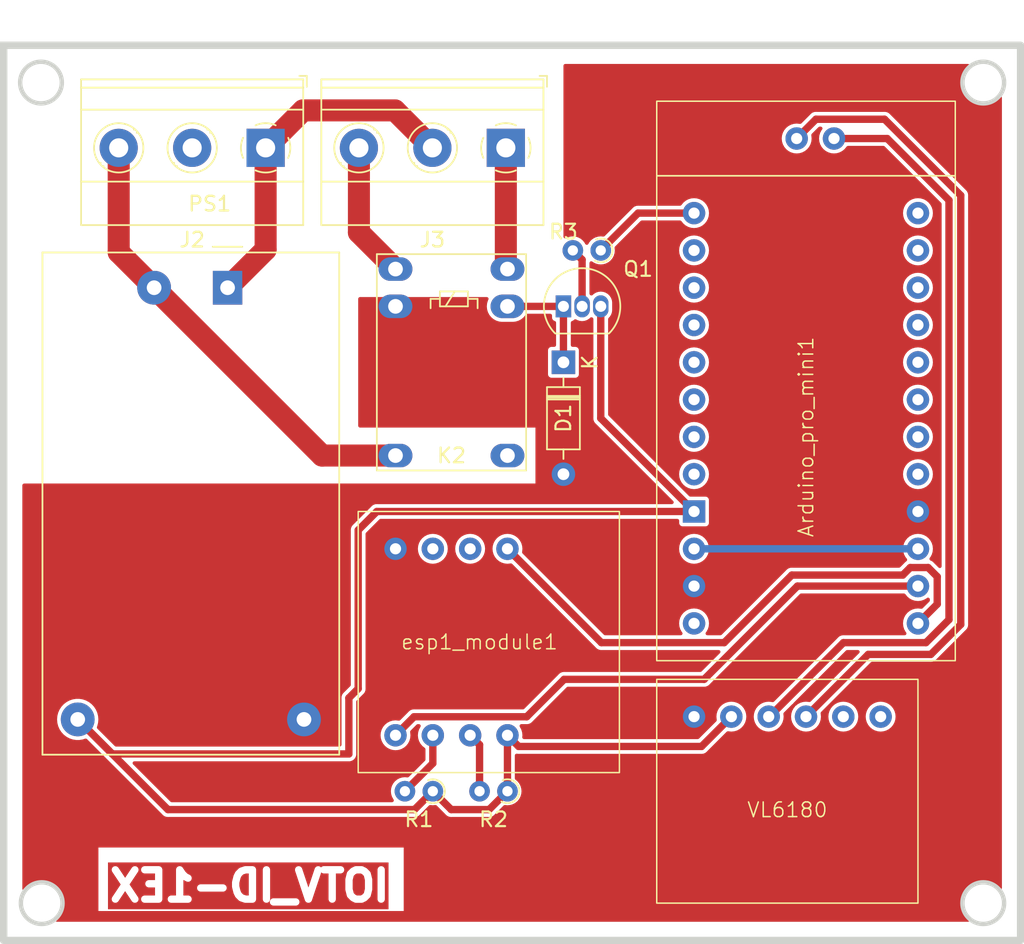
<source format=kicad_pcb>
(kicad_pcb (version 20221018) (generator pcbnew)
  (title_block (title "IOTV_ID-1EX") (date "2023-03-20") (company "Вербкин М.С."))
  (layers (0 "F.Cu" signal) (31 "B.Cu" signal) (34 "B.Paste" user) (35 "F.Paste" user) (36 "B.SilkS" user "B.Silkscreen") (37 "F.SilkS" user "F.Silkscreen") (38 "B.Mask" user) (39 "F.Mask" user) (44 "Edge.Cuts" user))
  (net 0 "")
  (net 1 "TX0-RX")
  (net 2 "RX0-TX")
  (net 3 "unconnected-(Arduino_pro_mini1-RST-Pad3)")
  (net 4 "GND")
  (net 14 "+3V")
  (net 22 "RELEAY")
  (net 23 "SDA")
  (net 24 "SCL")
  (net 25 "Net-(esp1_module1-CHPD)")
  (net 28 "~220-4")
  (net 29 "Net-(esp1_module1-RST)")
  (net 32 "~220-2")
  (net 33 "~220-3")
  (net 34 "~220-1")
  (net 35 "Net-(Q1-B)")
  (net 36 "Net-(D1-K)")
  (footprint "Converter_ACDC:Converter_ACDC_HiLink_HLK-PMxx" (layer "F.Cu") (at 120.600449 84.455 -90)
    (fp_text reference "PS1" (at -5.715 1.220449) (layer "F.SilkS"))
    (fp_text value "HLK-PM01")
    (fp_line (start -2.79 -1) (end -2.79 1.01) (stroke (width 0.12)) (layer "F.SilkS"))
    (fp_line (start -2.4 -7.6) (end -2.4 12.6) (stroke (width 0.12)) (layer "F.SilkS"))
    (fp_line (start -2.4 12.6) (end 31.8 12.6) (stroke (width 0.12)) (layer "F.SilkS"))
    (fp_line (start 31.8 -7.6) (end -2.4 -7.6) (stroke (width 0.12)) (layer "F.SilkS"))
    (fp_line (start 31.8 12.6) (end 31.8 -7.6) (stroke (width 0.12)) (layer "F.SilkS"))
    (pad "1" thru_hole rect (at 0 0 270) (size 2.3 2) (drill 1) (layers "*.Cu" "*.Mask") (net 32 "~220-2"))
    (pad "2" thru_hole circle (at 0 5 270) (size 2.3 2.3) (drill 1) (layers "*.Cu" "*.Mask") (net 33 "~220-3"))
    (pad "3" thru_hole circle (at 29.4 -5.2 270) (size 2.3 2.3) (drill 1) (layers "*.Cu" "*.Mask") (net 4 "GND"))
    (pad "4" thru_hole circle (at 29.4 10.2 270) (size 2.3 2.3) (drill 1) (layers "*.Cu" "*.Mask") (net 14 "+3V"))
  )
  (footprint "RF_Module:ESP01_breakout" (layer "F.Cu") (at 134.570449 107.315 90)
    (fp_text reference "esp1_module1" (at -1.27 3.175 unlocked) (layer "F.SilkS") (effects (font (thickness 0.1))))
    (fp_text value "~")
    (fp_rect (start -10.16 -5.08) (end 7.62 12.7) (stroke (width 0.1)) (fill none) (layer "F.SilkS"))
    (pad "7" thru_hole circle (at -7.62 0 90) (size 1.524 1.524) (drill 0.762) (layers "*.Cu" "*.Mask") (net 25 "Net-(esp1_module1-CHPD)"))
    (pad "14" thru_hole circle (at 5.08 0 90) (size 1.524 1.524) (drill 0.762) (layers "*.Cu" "*.Mask"))
    (pad "15" thru_hole circle (at 5.08 2.54 90) (size 1.524 1.524) (drill 0.762) (layers "*.Cu" "*.Mask"))
    (pad "25" thru_hole circle (at 5.08 5.08 90) (size 1.524 1.524) (drill 0.762) (layers "*.Cu" "*.Mask") (net 1 "TX0-RX"))
    (pad "26" thru_hole circle (at -7.62 -2.54 90) (size 1.524 1.524) (drill 0.762) (layers "*.Cu" "*.Mask") (net 2 "RX0-TX"))
    (pad "29" thru_hole circle (at -7.62 5.08 90) (size 1.524 1.524) (drill 0.762) (layers "*.Cu" "*.Mask") (net 14 "+3V"))
    (pad "30" thru_hole circle (at 5.08 -2.54 90) (size 1.524 1.524) (drill 0.762) (layers "*.Cu" "*.Mask") (net 4 "GND"))
    (pad "31" thru_hole circle (at -7.62 2.54 90) (size 1.524 1.524) (drill 0.762) (layers "*.Cu" "*.Mask") (net 29 "Net-(esp1_module1-RST)"))
  )
  (footprint "Module:Arduino_pro_mini" (layer "F.Cu") (at 157.430449 92.075 180)
    (fp_text reference "Arduino_pro_mini1" (at -2.54 -2.54 90 unlocked) (layer "F.SilkS") (effects (font (thickness 0.1))))
    (fp_text value "~")
    (fp_rect (start -12.7 -17.78) (end 7.62 15.24) (stroke (width 0.1)) (fill none) (layer "F.SilkS"))
    (fp_rect (start -12.7 15.24) (end 7.62 20.32) (stroke (width 0.1)) (fill none) (layer "F.SilkS"))
    (pad "1" thru_hole circle (at -10.16 -15.24 180) (size 1.524 1.524) (drill 0.762) (layers "*.Cu" "*.Mask") (net 1 "TX0-RX"))
    (pad "2" thru_hole circle (at -10.16 -12.7 180) (size 1.524 1.524) (drill 0.762) (layers "*.Cu" "*.Mask") (net 2 "RX0-TX"))
    (pad "3" thru_hole circle (at -10.16 -10.16 180) (size 1.524 1.524) (drill 0.762) (layers "*.Cu" "*.Mask") (net 3 "unconnected-(Arduino_pro_mini1-RST-Pad3)"))
    (pad "3" thru_hole circle (at 5.08 -10.16 180) (size 1.524 1.524) (drill 0.762) (layers "*.Cu" "*.Mask") (net 3 "unconnected-(Arduino_pro_mini1-RST-Pad3)"))
    (pad "4" thru_hole circle (at -10.16 -7.62 180) (size 1.524 1.524) (drill 0.762) (layers "*.Cu" "*.Mask") (net 4 "GND"))
    (pad "4" thru_hole circle (at 5.08 -12.7 180) (size 1.524 1.524) (drill 0.762) (layers "*.Cu" "*.Mask") (net 4 "GND"))
    (pad "5" thru_hole circle (at -10.16 -5.08 180) (size 1.524 1.524) (drill 0.762) (layers "*.Cu" "*.Mask"))
    (pad "6" thru_hole circle (at -10.16 -2.54 180) (size 1.524 1.524) (drill 0.762) (layers "*.Cu" "*.Mask"))
    (pad "7" thru_hole circle (at -10.16 0 180) (size 1.524 1.524) (drill 0.762) (layers "*.Cu" "*.Mask"))
    (pad "8" thru_hole circle (at -10.16 2.54 180) (size 1.524 1.524) (drill 0.762) (layers "*.Cu" "*.Mask"))
    (pad "9" thru_hole circle (at -10.16 5.08 180) (size 1.524 1.524) (drill 0.762) (layers "*.Cu" "*.Mask"))
    (pad "10" thru_hole circle (at -10.16 7.62 180) (size 1.524 1.524) (drill 0.762) (layers "*.Cu" "*.Mask"))
    (pad "11" thru_hole circle (at -10.16 10.16 180) (size 1.524 1.524) (drill 0.762) (layers "*.Cu" "*.Mask"))
    (pad "12" thru_hole circle (at -10.16 12.7 180) (size 1.524 1.524) (drill 0.762) (layers "*.Cu" "*.Mask"))
    (pad "13" thru_hole circle (at 5.08 -15.24 180) (size 1.524 1.524) (drill 0.762) (layers "*.Cu" "*.Mask"))
    (pad "16" thru_hole rect (at 5.08 -7.62 180) (size 1.524 1.524) (drill 0.762) (layers "*.Cu" "*.Mask") (net 14 "+3V"))
    (pad "17" thru_hole circle (at 5.08 -5.08 180) (size 1.524 1.524) (drill 0.762) (layers "*.Cu" "*.Mask"))
    (pad "18" thru_hole circle (at 5.08 -2.54 180) (size 1.524 1.524) (drill 0.762) (layers "*.Cu" "*.Mask"))
    (pad "19" thru_hole circle (at 5.08 0 180) (size 1.524 1.524) (drill 0.762) (layers "*.Cu" "*.Mask"))
    (pad "20" thru_hole circle (at 5.08 2.54 180) (size 1.524 1.524) (drill 0.762) (layers "*.Cu" "*.Mask"))
    (pad "21" thru_hole circle (at 5.08 5.08 180) (size 1.524 1.524) (drill 0.762) (layers "*.Cu" "*.Mask"))
    (pad "22" thru_hole circle (at 5.08 7.62 180) (size 1.524 1.524) (drill 0.762) (layers "*.Cu" "*.Mask"))
    (pad "23" thru_hole circle (at 5.08 10.16 180) (size 1.524 1.524) (drill 0.762) (layers "*.Cu" "*.Mask"))
    (pad "24" thru_hole circle (at 5.08 12.7 180) (size 1.524 1.524) (drill 0.762) (layers "*.Cu" "*.Mask") (net 22 "RELEAY"))
    (pad "25" thru_hole circle (at -4.445 17.78 180) (size 1.524 1.524) (drill 0.762) (layers "*.Cu" "*.Mask") (net 23 "SDA"))
    (pad "26" thru_hole circle (at -1.905 17.78 180) (size 1.524 1.524) (drill 0.762) (layers "*.Cu" "*.Mask") (net 24 "SCL"))
  )
  (footprint "Diode_THT:D_DO-35_SOD27_P7.62mm_Horizontal" (layer "F.Cu") (at 143.460449 89.535 -90)
    (fp_text reference "D1" (at 3.81 0 90) (layer "F.SilkS"))
    (fp_text value "BAV18")
    (fp_text user "K" (at 0 -1.8 90) (layer "F.SilkS"))
    (fp_line (start 1.04 0) (end 1.69 0) (stroke (width 0.12)) (layer "F.SilkS"))
    (fp_line (start 1.69 -1.12) (end 1.69 1.12) (stroke (width 0.12)) (layer "F.SilkS"))
    (fp_line (start 1.69 1.12) (end 5.93 1.12) (stroke (width 0.12)) (layer "F.SilkS"))
    (fp_line (start 2.29 -1.12) (end 2.29 1.12) (stroke (width 0.12)) (layer "F.SilkS"))
    (fp_line (start 2.41 -1.12) (end 2.41 1.12) (stroke (width 0.12)) (layer "F.SilkS"))
    (fp_line (start 2.53 -1.12) (end 2.53 1.12) (stroke (width 0.12)) (layer "F.SilkS"))
    (fp_line (start 5.93 -1.12) (end 1.69 -1.12) (stroke (width 0.12)) (layer "F.SilkS"))
    (fp_line (start 5.93 1.12) (end 5.93 -1.12) (stroke (width 0.12)) (layer "F.SilkS"))
    (fp_line (start 6.58 0) (end 5.93 0) (stroke (width 0.12)) (layer "F.SilkS"))
    (pad "1" thru_hole rect (at 0 0 270) (size 1.6 1.6) (drill 0.8) (layers "*.Cu" "*.Mask") (net 36 "Net-(D1-K)"))
    (pad "2" thru_hole oval (at 7.62 0 270) (size 1.6 1.6) (drill 0.8) (layers "*.Cu" "*.Mask") (net 4 "GND"))
  )
  (footprint "Relay_THT:Relay_SPDT_HJR-4102" (layer "F.Cu") (at 139.650449 95.885 180)
    (fp_text reference "K2" (at 3.81 0) (layer "F.SilkS"))
    (fp_text value "TIANBO-HJR-4102-L")
    (fp_line (start -1.27 -1.016) (end 8.89 -1.016) (stroke (width 0.12)) (layer "F.SilkS"))
    (fp_line (start -1.27 13.716) (end -1.27 -1.016) (stroke (width 0.12)) (layer "F.SilkS"))
    (fp_line (start 2.032 10.033) (end 2.032 10.668) (stroke (width 0.12)) (layer "F.SilkS"))
    (fp_line (start 2.032 10.668) (end 2.692 10.668) (stroke (width 0.12)) (layer "F.SilkS"))
    (fp_line (start 2.692 10.16) (end 2.692 11.176) (stroke (width 0.12)) (layer "F.SilkS"))
    (fp_line (start 2.692 11.176) (end 4.597 11.176) (stroke (width 0.12)) (layer "F.SilkS"))
    (fp_line (start 4.216 10.16) (end 3.581 11.176) (stroke (width 0.12)) (layer "F.SilkS"))
    (fp_line (start 4.597 10.16) (end 2.692 10.16) (stroke (width 0.12)) (layer "F.SilkS"))
    (fp_line (start 4.597 10.16) (end 4.597 11.176) (stroke (width 0.12)) (layer "F.SilkS"))
    (fp_line (start 5.232 10.033) (end 5.232 10.668) (stroke (width 0.12)) (layer "F.SilkS"))
    (fp_line (start 5.232 10.668) (end 4.597 10.668) (stroke (width 0.12)) (layer "F.SilkS"))
    (fp_line (start 8.89 -1.016) (end 8.89 13.716) (stroke (width 0.12)) (layer "F.SilkS"))
    (fp_line (start 8.89 13.716) (end -1.27 13.716) (stroke (width 0.12)) (layer "F.SilkS"))
    (pad "1" thru_hole oval (at 0 0 180) (size 2.3 1.6) (drill 1) (layers "*.Cu" "*.Mask"))
    (pad "5" thru_hole oval (at 0 10.16 180) (size 2.3 1.6) (drill 1) (layers "*.Cu" "*.Mask") (net 36 "Net-(D1-K)"))
    (pad "6" thru_hole oval (at 0 12.7 180) (size 2.3 1.6) (drill 1) (layers "*.Cu" "*.Mask") (net 34 "~220-1"))
    (pad "7" thru_hole oval (at 7.62 12.7 180) (size 2.3 1.6) (drill 1) (layers "*.Cu" "*.Mask") (net 28 "~220-4"))
    (pad "8" thru_hole oval (at 7.62 10.16 180) (size 2.3 1.6) (drill 1) (layers "*.Cu" "*.Mask") (net 4 "GND"))
    (pad "12" thru_hole oval (at 7.62 0 180) (size 2.3 1.6) (drill 1) (layers "*.Cu" "*.Mask") (net 33 "~220-3"))
  )
  (footprint "TerminalBlock_Phoenix:TerminalBlock_Phoenix_MKDS-1,5-3_1x03_P5.00mm_Horizontal" (layer "F.Cu") (at 139.54 74.93 180)
    (fp_text reference "J3" (at 5 -6.26) (layer "F.SilkS"))
    (fp_text value "Screw_Terminal_01x03")
    (fp_line (start -2.8 4.16) (end -2.8 4.9) (stroke (width 0.12)) (layer "F.SilkS"))
    (fp_line (start -2.8 4.9) (end -2.3 4.9) (stroke (width 0.12)) (layer "F.SilkS"))
    (fp_line (start -2.56 -5.261) (end -2.56 4.66) (stroke (width 0.12)) (layer "F.SilkS"))
    (fp_line (start -2.56 -5.261) (end 12.56 -5.261) (stroke (width 0.12)) (layer "F.SilkS"))
    (fp_line (start -2.56 -2.301) (end 12.56 -2.301) (stroke (width 0.12)) (layer "F.SilkS"))
    (fp_line (start -2.56 2.6) (end 12.56 2.6) (stroke (width 0.12)) (layer "F.SilkS"))
    (fp_line (start -2.56 4.1) (end 12.56 4.1) (stroke (width 0.12)) (layer "F.SilkS"))
    (fp_line (start -2.56 4.66) (end 12.56 4.66) (stroke (width 0.12)) (layer "F.SilkS"))
    (fp_line (start 3.773 1.023) (end 3.726 1.069) (stroke (width 0.12)) (layer "F.SilkS"))
    (fp_line (start 3.966 1.239) (end 3.931 1.274) (stroke (width 0.12)) (layer "F.SilkS"))
    (fp_line (start 6.07 -1.275) (end 6.035 -1.239) (stroke (width 0.12)) (layer "F.SilkS"))
    (fp_line (start 6.275 -1.069) (end 6.228 -1.023) (stroke (width 0.12)) (layer "F.SilkS"))
    (fp_line (start 8.773 1.023) (end 8.726 1.069) (stroke (width 0.12)) (layer "F.SilkS"))
    (fp_line (start 8.966 1.239) (end 8.931 1.274) (stroke (width 0.12)) (layer "F.SilkS"))
    (fp_line (start 11.07 -1.275) (end 11.035 -1.239) (stroke (width 0.12)) (layer "F.SilkS"))
    (fp_line (start 11.275 -1.069) (end 11.228 -1.023) (stroke (width 0.12)) (layer "F.SilkS"))
    (fp_line (start 12.56 -5.261) (end 12.56 4.66) (stroke (width 0.12)) (layer "F.SilkS"))
    (fp_arc (start -1.535427 0.683042) (mid -1.680501 -0.000524) (end -1.535 -0.684) (stroke (width 0.12)) (layer "F.SilkS"))
    (fp_arc (start -0.683042 -1.535427) (mid 0.000524 -1.680501) (end 0.684 -1.535) (stroke (width 0.12)) (layer "F.SilkS"))
    (fp_arc (start 0.028805 1.680253) (mid -0.335551 1.646659) (end -0.684 1.535) (stroke (width 0.12)) (layer "F.SilkS"))
    (fp_arc (start 0.683318 1.534756) (mid 0.349292 1.643288) (end 0 1.68) (stroke (width 0.12)) (layer "F.SilkS"))
    (fp_arc (start 1.535427 -0.683042) (mid 1.680501 0.000524) (end 1.535 0.684) (stroke (width 0.12)) (layer "F.SilkS"))
    (fp_circle (center 5 0) (end 6.68 0) (stroke (width 0.12)) (fill none) (layer "F.SilkS"))
    (fp_circle (center 10 0) (end 11.68 0) (stroke (width 0.12)) (fill none) (layer "F.SilkS"))
    (pad "1" thru_hole rect (at 0 0 180) (size 2.6 2.6) (drill 1.3) (layers "*.Cu" "*.Mask") (net 34 "~220-1"))
    (pad "2" thru_hole circle (at 5 0 180) (size 2.6 2.6) (drill 1.3) (layers "*.Cu" "*.Mask") (net 32 "~220-2"))
    (pad "3" thru_hole circle (at 10 0 180) (size 2.6 2.6) (drill 1.3) (layers "*.Cu" "*.Mask") (net 28 "~220-4"))
  )
  (footprint "Package_TO_SOT_THT:TO-92_Inline" (layer "F.Cu") (at 143.460449 85.725)
    (fp_text reference "Q1" (at 5.08 -2.54) (layer "F.SilkS"))
    (fp_text value "2N3904")
    (fp_line (start -0.53 1.85) (end 3.07 1.85) (stroke (width 0.12)) (layer "F.SilkS"))
    (fp_arc (start -0.568478 1.838478) (mid -1.132087 -0.994977) (end 1.27 -2.6) (stroke (width 0.12)) (layer "F.SilkS"))
    (fp_arc (start 1.27 -2.6) (mid 3.672087 -0.994977) (end 3.108478 1.838478) (stroke (width 0.12)) (layer "F.SilkS"))
    (pad "1" thru_hole rect (at 0 0) (size 1.05 1.5) (drill 0.75) (layers "*.Cu" "*.Mask") (net 36 "Net-(D1-K)"))
    (pad "2" thru_hole oval (at 1.27 0) (size 1.05 1.5) (drill 0.75) (layers "*.Cu" "*.Mask") (net 35 "Net-(Q1-B)"))
    (pad "3" thru_hole oval (at 2.54 0) (size 1.05 1.5) (drill 0.75) (layers "*.Cu" "*.Mask") (net 14 "+3V"))
  )
  (footprint "Resistor_THT:R_Axial_DIN0204_L3.6mm_D1.6mm_P1.90mm_Vertical" (layer "F.Cu") (at 139.650449 118.745 180)
    (fp_text reference "R2" (at 0.95 -1.92) (layer "F.SilkS"))
    (fp_text value "R")
    (fp_arc (start 0.320095 0.749359) (mid -0.813042 -0.054435) (end 0.417133 -0.7) (stroke (width 0.12)) (layer "F.SilkS"))
    (pad "1" thru_hole circle (at 0 0 180) (size 1.4 1.4) (drill 0.7) (layers "*.Cu" "*.Mask") (net 14 "+3V"))
    (pad "2" thru_hole oval (at 1.9 0 180) (size 1.4 1.4) (drill 0.7) (layers "*.Cu" "*.Mask") (net 29 "Net-(esp1_module1-RST)"))
  )
  (footprint "TerminalBlock_Phoenix:TerminalBlock_Phoenix_MKDS-1,5-3_1x03_P5.00mm_Horizontal" (layer "F.Cu") (at 123.19 74.93 180)
    (fp_text reference "J2" (at 5 -6.26) (layer "F.SilkS"))
    (fp_text value "Screw_Terminal_01x03")
    (fp_line (start -2.8 4.16) (end -2.8 4.9) (stroke (width 0.12)) (layer "F.SilkS"))
    (fp_line (start -2.8 4.9) (end -2.3 4.9) (stroke (width 0.12)) (layer "F.SilkS"))
    (fp_line (start -2.56 -5.261) (end -2.56 4.66) (stroke (width 0.12)) (layer "F.SilkS"))
    (fp_line (start -2.56 -5.261) (end 12.56 -5.261) (stroke (width 0.12)) (layer "F.SilkS"))
    (fp_line (start -2.56 -2.301) (end 12.56 -2.301) (stroke (width 0.12)) (layer "F.SilkS"))
    (fp_line (start -2.56 2.6) (end 12.56 2.6) (stroke (width 0.12)) (layer "F.SilkS"))
    (fp_line (start -2.56 4.1) (end 12.56 4.1) (stroke (width 0.12)) (layer "F.SilkS"))
    (fp_line (start -2.56 4.66) (end 12.56 4.66) (stroke (width 0.12)) (layer "F.SilkS"))
    (fp_line (start 3.773 1.023) (end 3.726 1.069) (stroke (width 0.12)) (layer "F.SilkS"))
    (fp_line (start 3.966 1.239) (end 3.931 1.274) (stroke (width 0.12)) (layer "F.SilkS"))
    (fp_line (start 6.07 -1.275) (end 6.035 -1.239) (stroke (width 0.12)) (layer "F.SilkS"))
    (fp_line (start 6.275 -1.069) (end 6.228 -1.023) (stroke (width 0.12)) (layer "F.SilkS"))
    (fp_line (start 8.773 1.023) (end 8.726 1.069) (stroke (width 0.12)) (layer "F.SilkS"))
    (fp_line (start 8.966 1.239) (end 8.931 1.274) (stroke (width 0.12)) (layer "F.SilkS"))
    (fp_line (start 11.07 -1.275) (end 11.035 -1.239) (stroke (width 0.12)) (layer "F.SilkS"))
    (fp_line (start 11.275 -1.069) (end 11.228 -1.023) (stroke (width 0.12)) (layer "F.SilkS"))
    (fp_line (start 12.56 -5.261) (end 12.56 4.66) (stroke (width 0.12)) (layer "F.SilkS"))
    (fp_arc (start -1.535427 0.683042) (mid -1.680501 -0.000524) (end -1.535 -0.684) (stroke (width 0.12)) (layer "F.SilkS"))
    (fp_arc (start -0.683042 -1.535427) (mid 0.000524 -1.680501) (end 0.684 -1.535) (stroke (width 0.12)) (layer "F.SilkS"))
    (fp_arc (start 0.028805 1.680253) (mid -0.335551 1.646659) (end -0.684 1.535) (stroke (width 0.12)) (layer "F.SilkS"))
    (fp_arc (start 0.683318 1.534756) (mid 0.349292 1.643288) (end 0 1.68) (stroke (width 0.12)) (layer "F.SilkS"))
    (fp_arc (start 1.535427 -0.683042) (mid 1.680501 0.000524) (end 1.535 0.684) (stroke (width 0.12)) (layer "F.SilkS"))
    (fp_circle (center 5 0) (end 6.68 0) (stroke (width 0.12)) (fill none) (layer "F.SilkS"))
    (fp_circle (center 10 0) (end 11.68 0) (stroke (width 0.12)) (fill none) (layer "F.SilkS"))
    (pad "1" thru_hole rect (at 0 0 180) (size 2.6 2.6) (drill 1.3) (layers "*.Cu" "*.Mask") (net 32 "~220-2"))
    (pad "2" thru_hole circle (at 5 0 180) (size 2.6 2.6) (drill 1.3) (layers "*.Cu" "*.Mask"))
    (pad "3" thru_hole circle (at 10 0 180) (size 2.6 2.6) (drill 1.3) (layers "*.Cu" "*.Mask") (net 33 "~220-3"))
  )
  (footprint "Resistor_THT:R_Axial_DIN0204_L3.6mm_D1.6mm_P1.90mm_Vertical" (layer "F.Cu") (at 134.570449 118.745 180)
    (fp_text reference "R1" (at 0.95 -1.92) (layer "F.SilkS"))
    (fp_text value "R")
    (fp_arc (start 0.320095 0.749359) (mid -0.813042 -0.054435) (end 0.417133 -0.7) (stroke (width 0.12)) (layer "F.SilkS"))
    (pad "1" thru_hole circle (at 0 0 180) (size 1.4 1.4) (drill 0.7) (layers "*.Cu" "*.Mask") (net 14 "+3V"))
    (pad "2" thru_hole oval (at 1.9 0 180) (size 1.4 1.4) (drill 0.7) (layers "*.Cu" "*.Mask") (net 25 "Net-(esp1_module1-CHPD)"))
  )
  (footprint "Resistor_THT:R_Axial_DIN0204_L3.6mm_D1.6mm_P1.90mm_Vertical" (layer "F.Cu") (at 146.000449 81.915 180)
    (fp_text reference "R3" (at 2.54 1.27) (layer "F.SilkS"))
    (fp_text value "R")
    (fp_arc (start 0.320095 0.749359) (mid -0.813042 -0.054435) (end 0.417133 -0.7) (stroke (width 0.12)) (layer "F.SilkS"))
    (pad "1" thru_hole circle (at 0 0 180) (size 1.4 1.4) (drill 0.7) (layers "*.Cu" "*.Mask") (net 22 "RELEAY"))
    (pad "2" thru_hole oval (at 1.9 0 180) (size 1.4 1.4) (drill 0.7) (layers "*.Cu" "*.Mask") (net 35 "Net-(Q1-B)"))
  )
  (footprint "Sensor_Distance:vl6180_module" (layer "F.Cu") (at 159.970449 118.745 180)
    (fp_text reference "VL6180" (at 1.27 -1.27 unlocked) (layer "F.SilkS") (effects (font (thickness 0.1))))
    (fp_text value "~")
    (fp_rect (start -7.62 7.62) (end 10.16 -7.62) (stroke (width 0.1)) (fill none) (layer "F.SilkS"))
    (pad "1" thru_hole circle (at -5.08 5.08 180) (size 1.524 1.524) (drill 0.762) (layers "*.Cu" "*.Mask"))
    (pad "2" thru_hole circle (at -2.54 5.08 180) (size 1.524 1.524) (drill 0.762) (layers "*.Cu" "*.Mask"))
    (pad "3" thru_hole circle (at 0 5.08 180) (size 1.524 1.524) (drill 0.762) (layers "*.Cu" "*.Mask") (net 24 "SCL"))
    (pad "4" thru_hole circle (at 2.54 5.08 180) (size 1.524 1.524) (drill 0.762) (layers "*.Cu" "*.Mask") (net 23 "SDA"))
    (pad "5" thru_hole circle (at 5.08 5.08 180) (size 1.524 1.524) (drill 0.762) (layers "*.Cu" "*.Mask") (net 14 "+3V"))
    (pad "6" thru_hole circle (at 7.62 5.08 180) (size 1.524 1.524) (drill 0.762) (layers "*.Cu" "*.Mask") (net 4 "GND"))
  )
  (gr_circle (center 107.900449 70.485) (end 109.320352 70.485) (stroke (width 0.3)) (fill none) (layer "Edge.Cuts"))
  (gr_circle (center 172.035449 126.365) (end 173.455352 126.365) (stroke (width 0.3)) (fill none) (layer "Edge.Cuts"))
  (gr_circle (center 107.95 126.365) (end 109.369903 126.365) (stroke (width 0.3)) (fill none) (layer "Edge.Cuts"))
  (gr_circle (center 172.035449 70.485) (end 173.455352 70.485) (stroke (width 0.3)) (fill none) (layer "Edge.Cuts"))
  (gr_rect (start 105.360449 67.945) (end 174.575449 128.905) (stroke (width 0.5)) (fill none) (layer "Edge.Cuts"))
  (gr_text "IOTV_ID-1EX" (at 112.345449 126.365) (layer "F.Cu" knockout) (effects (font (size 2 2) (thickness 0.5) bold) (justify right bottom mirror)))
  (segment (start 159.00363 104.025) (end 166.555711 104.025) (width 0.5) (layer "F.Cu") (net 1))
  (segment (start 168.283 103.513) (end 168.902449 104.132449) (width 0.5) (layer "F.Cu") (net 1))
  (segment (start 167.067711 103.513) (end 168.283 103.513) (width 0.5) (layer "F.Cu") (net 1))
  (segment (start 146.042449 108.627) (end 154.40163 108.627) (width 0.5) (layer "F.Cu") (net 1))
  (segment (start 139.650449 102.235) (end 146.042449 108.627) (width 0.5) (layer "F.Cu") (net 1))
  (segment (start 166.555711 104.025) (end 167.067711 103.513) (width 0.5) (layer "F.Cu") (net 1))
  (segment (start 154.40163 108.627) (end 159.00363 104.025) (width 0.5) (layer "F.Cu") (net 1))
  (segment (start 168.902449 104.132449) (end 168.902449 106.003) (width 0.5) (layer "F.Cu") (net 1))
  (segment (start 168.902449 106.003) (end 167.590449 107.315) (width 0.5) (layer "F.Cu") (net 1))
  (segment (start 167.590449 104.775) (end 159.385 104.775) (width 0.5) (layer "F.Cu") (net 2))
  (segment (start 140.962 113.673) (end 133.292449 113.673) (width 0.5) (layer "F.Cu") (net 2))
  (segment (start 133.292449 113.673) (end 132.030449 114.935) (width 0.5) (layer "F.Cu") (net 2))
  (segment (start 159.385 104.775) (end 153.035 111.125) (width 0.5) (layer "F.Cu") (net 2))
  (segment (start 153.035 111.125) (end 143.51 111.125) (width 0.5) (layer "F.Cu") (net 2))
  (segment (start 143.51 111.125) (end 140.962 113.673) (width 0.5) (layer "F.Cu") (net 2))
  (segment (start 152.350449 102.235) (end 167.590449 102.235) (width 0.5) (layer "B.Cu") (net 3))
  (segment (start 139.650449 114.935) (end 140.412448 115.696999) (width 0.5) (layer "F.Cu") (net 14))
  (segment (start 130.760449 99.695) (end 129.490449 100.965) (width 0.5) (layer "F.Cu") (net 14))
  (segment (start 139.650449 118.745) (end 139.650449 114.935) (width 0.5) (layer "F.Cu") (net 14))
  (segment (start 129.490449 111.76) (end 128.855449 112.395) (width 0.5) (layer "F.Cu") (net 14))
  (segment (start 116.540449 119.995) (end 110.400449 113.855) (width 0.5) (layer "F.Cu") (net 14))
  (segment (start 146.000449 93.345) (end 146.000449 85.725) (width 0.5) (layer "F.Cu") (net 14))
  (segment (start 133.320449 119.995) (end 116.540449 119.995) (width 0.5) (layer "F.Cu") (net 14))
  (segment (start 129.490449 100.965) (end 129.490449 111.76) (width 0.5) (layer "F.Cu") (net 14))
  (segment (start 134.570449 118.745) (end 135.820449 119.995) (width 0.5) (layer "F.Cu") (net 14))
  (segment (start 112.750449 116.205) (end 110.400449 113.855) (width 0.5) (layer "F.Cu") (net 14))
  (segment (start 152.350449 99.695) (end 146.000449 93.345) (width 0.5) (layer "F.Cu") (net 14))
  (segment (start 135.820449 119.995) (end 138.400449 119.995) (width 0.5) (layer "F.Cu") (net 14))
  (segment (start 128.855449 116.205) (end 112.750449 116.205) (width 0.5) (layer "F.Cu") (net 14))
  (segment (start 140.412448 115.696999) (end 152.85845 115.696999) (width 0.5) (layer "F.Cu") (net 14))
  (segment (start 152.85845 115.696999) (end 154.890449 113.665) (width 0.5) (layer "F.Cu") (net 14))
  (segment (start 152.350449 99.695) (end 130.760449 99.695) (width 0.5) (layer "F.Cu") (net 14))
  (segment (start 138.400449 119.995) (end 139.650449 118.745) (width 0.5) (layer "F.Cu") (net 14))
  (segment (start 134.570449 118.745) (end 133.320449 119.995) (width 0.5) (layer "F.Cu") (net 14))
  (segment (start 128.855449 112.395) (end 128.855449 116.205) (width 0.5) (layer "F.Cu") (net 14))
  (segment (start 148.540449 79.375) (end 146.000449 81.915) (width 0.5) (layer "F.Cu") (net 22))
  (segment (start 152.350449 79.375) (end 148.540449 79.375) (width 0.5) (layer "F.Cu") (net 22))
  (segment (start 169.702449 78.50018) (end 165.497269 74.295) (width 0.5) (layer "F.Cu") (net 23))
  (segment (start 157.48 113.665) (end 162.518 108.627) (width 0.5) (layer "F.Cu") (net 23))
  (segment (start 165.497269 74.295) (end 161.875449 74.295) (width 0.5) (layer "F.Cu") (net 23))
  (segment (start 168.133898 108.627) (end 169.702449 107.058449) (width 0.5) (layer "F.Cu") (net 23))
  (segment (start 157.430449 113.665) (end 157.48 113.665) (width 0.5) (layer "F.Cu") (net 23))
  (segment (start 162.518 108.627) (end 168.133898 108.627) (width 0.5) (layer "F.Cu") (net 23))
  (segment (start 169.702449 107.058449) (end 169.702449 78.50018) (width 0.5) (layer "F.Cu") (net 23))
  (segment (start 159.970449 113.665) (end 164.208449 109.427) (width 0.5) (layer "F.Cu") (net 24))
  (segment (start 168.465268 109.427) (end 170.502449 107.389819) (width 0.5) (layer "F.Cu") (net 24))
  (segment (start 164.208449 109.427) (end 168.465268 109.427) (width 0.5) (layer "F.Cu") (net 24))
  (segment (start 165.316639 72.983) (end 160.647449 72.983) (width 0.5) (layer "F.Cu") (net 24))
  (segment (start 170.502449 107.389819) (end 170.502449 78.16881) (width 0.5) (layer "F.Cu") (net 24))
  (segment (start 170.502449 78.16881) (end 165.316639 72.983) (width 0.5) (layer "F.Cu") (net 24))
  (segment (start 160.647449 72.983) (end 159.335449 74.295) (width 0.5) (layer "F.Cu") (net 24))
  (segment (start 134.570449 114.935) (end 134.570449 116.845) (width 0.5) (layer "F.Cu") (net 25))
  (segment (start 134.570449 116.845) (end 132.670449 118.745) (width 0.5) (layer "F.Cu") (net 25))
  (segment (start 129.54 74.93) (end 129.54 80.694551) (width 1.5) (layer "F.Cu") (net 28))
  (segment (start 129.54 80.694551) (end 132.030449 83.185) (width 1.5) (layer "F.Cu") (net 28))
  (segment (start 137.750449 118.745) (end 137.750449 115.575) (width 0.5) (layer "F.Cu") (net 29))
  (segment (start 137.750449 115.575) (end 137.110449 114.935) (width 0.5) (layer "F.Cu") (net 29))
  (segment (start 134.54 74.93) (end 131.99 72.38) (width 1.5) (layer "F.Cu") (net 32))
  (segment (start 131.99 72.38) (end 125.74 72.38) (width 1.5) (layer "F.Cu") (net 32))
  (segment (start 125.74 72.38) (end 123.19 74.93) (width 1.5) (layer "F.Cu") (net 32))
  (segment (start 123.19 81.865449) (end 120.600449 84.455) (width 1.5) (layer "F.Cu") (net 32))
  (segment (start 123.19 74.93) (end 123.19 81.865449) (width 1.5) (layer "F.Cu") (net 32))
  (segment (start 127.030449 95.885) (end 115.600449 84.455) (width 1.5) (layer "F.Cu") (net 33))
  (segment (start 113.19 74.93) (end 113.19 82.044551) (width 1.5) (layer "F.Cu") (net 33))
  (segment (start 113.19 82.044551) (end 115.600449 84.455) (width 1.5) (layer "F.Cu") (net 33))
  (segment (start 132.030449 95.885) (end 127.030449 95.885) (width 1.5) (layer "F.Cu") (net 33))
  (segment (start 139.54 83.074551) (end 139.650449 83.185) (width 1.5) (layer "F.Cu") (net 34))
  (segment (start 139.54 74.93) (end 139.54 83.074551) (width 1.5) (layer "F.Cu") (net 34))
  (segment (start 144.100449 81.915) (end 144.730449 82.545) (width 0.5) (layer "F.Cu") (net 35))
  (segment (start 144.730449 82.545) (end 144.730449 85.725) (width 0.5) (layer "F.Cu") (net 35))
  (segment (start 143.460449 89.535) (end 143.460449 85.725) (width 0.5) (layer "F.Cu") (net 36))
  (segment (start 139.650449 85.725) (end 143.460449 85.725) (width 0.5) (layer "F.Cu") (net 36))
  (zone (net 4) (net_name "GND") (layer "F.Cu") (connect_pads yes (clearance 0)) (min_thickness 0.25) (fill yes (thermal_gap 0.5) (thermal_bridge_width 0.5))
    (polygon (pts (xy 106.630449 69.215) (xy 106.630449 127.635) (xy 173.305449 127.635) (xy 173.305449 69.215)))
  )
  (zone (net 0) (net_name "") (layer "F.Cu") (connect_pads (clearance 0)) (min_thickness 0.25)
    (keepout (tracks allowed) (vias allowed) (pads allowed) (copperpour not_allowed) (footprints allowed))
    (fill (thermal_gap 0.5) (thermal_bridge_width 0.5))
    (polygon (pts (xy 142.190449 81.28) (xy 142.190449 85.09) (xy 129.490449 85.09) (xy 129.490449 81.28)))
  )
  (zone (net 0) (net_name "") (layer "F.Cu") (connect_pads (clearance 0)) (min_thickness 0.25)
    (keepout (tracks allowed) (vias allowed) (pads allowed) (copperpour not_allowed) (footprints allowed))
    (fill (thermal_gap 0.5) (thermal_bridge_width 0.5))
    (polygon (pts (xy 106.630449 69.215) (xy 143.460449 69.215) (xy 143.460449 84.455) (xy 129.490449 84.455) (xy 129.490449 88.265) (xy 129.490449 94.615) (xy 129.490449 97.79) (xy 106.630449 97.79) (xy 106.630449 83.185)))
  )
  (zone (net 0) (net_name "") (layer "F.Cu") (connect_pads (clearance 0)) (min_thickness 0.25)
    (keepout (tracks allowed) (vias allowed) (pads allowed) (copperpour not_allowed) (footprints allowed))
    (fill (thermal_gap 0.5) (thermal_bridge_width 0.5))
    (polygon (pts (xy 141.555449 93.98) (xy 141.555449 97.79) (xy 129.490449 97.79) (xy 129.490449 93.98)))
  )
)
</source>
